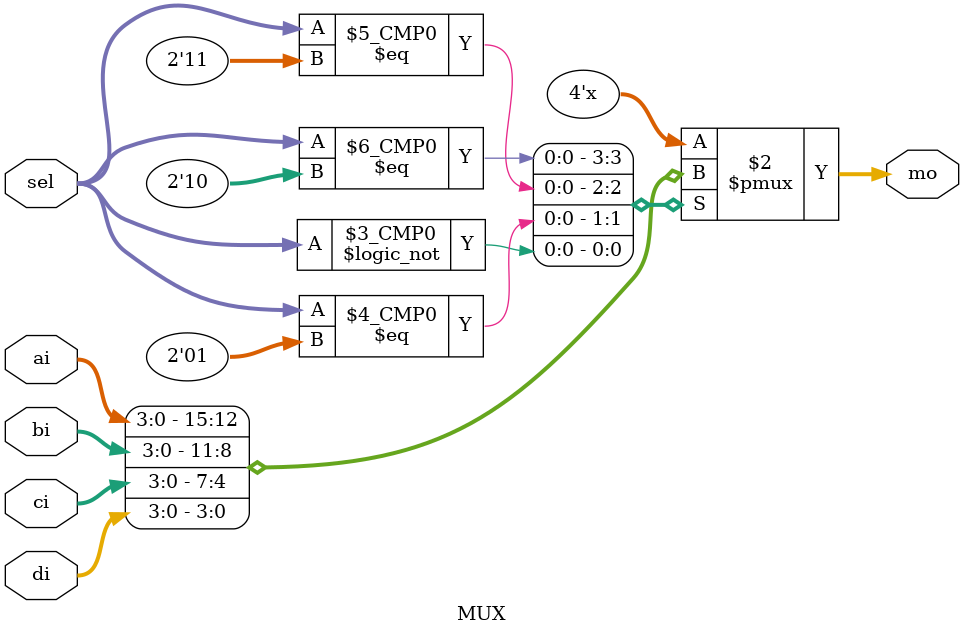
<source format=sv>
module MUX #(parameter W=4) (
	input [W-1:0] ai, bi, ci, di,
	input [1:0] sel,
	output reg [W-1:0] mo
);

always @(*) begin
	case (sel)
		2'b10 : mo <= ai;
		2'b11 : mo <= bi;
		2'b01 : mo <= ci;
		2'b00 : mo <= di;
	endcase
end

endmodule

</source>
